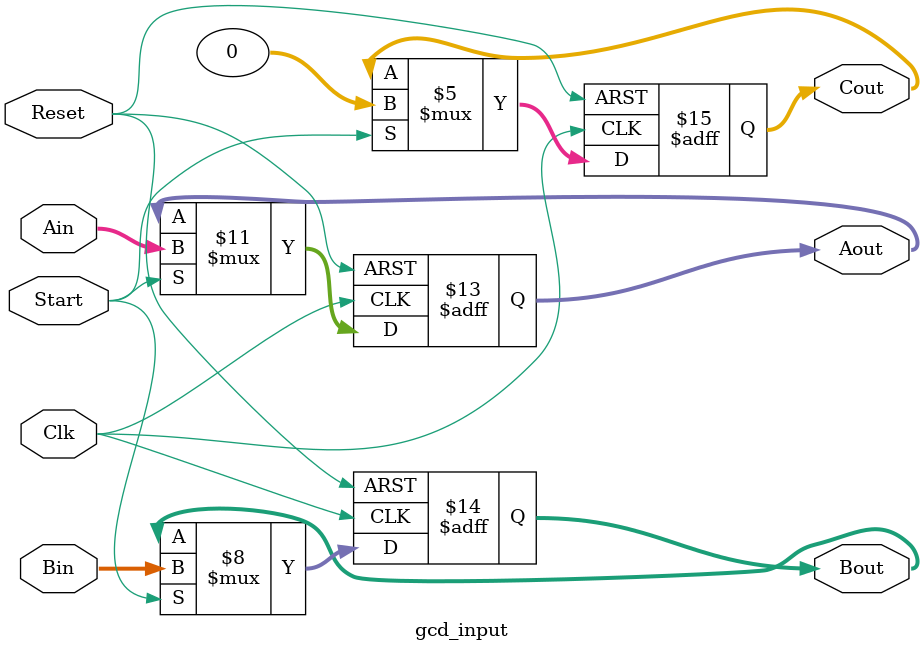
<source format=v>
module gcd_input
#(
    parameter DATA_WIDTH = 32
)(
    input wire                         Clk,
    input wire                         Reset,
    input wire                         Start,

    input wire signed [DATA_WIDTH-1:0] Ain,
    input wire signed [DATA_WIDTH-1:0] Bin,

    output reg signed [DATA_WIDTH-1:0] Aout,
    output reg signed [DATA_WIDTH-1:0] Bout,
    output reg        [DATA_WIDTH-1:0] Cout
);

always @(posedge Clk or negedge Reset)
begin
    if(!Reset)
    begin
        Aout <= 0;
        Bout <= 0;
        Cout <= 0;
    end
    else if(!Start)
    begin
        Aout <= Aout;
        Bout <= Bout;
        Cout <= Cout;
    end
    else
    begin
        Aout <= Ain;
        Bout <= Bin;
        Cout <= 0;
    end
end

endmodule
</source>
